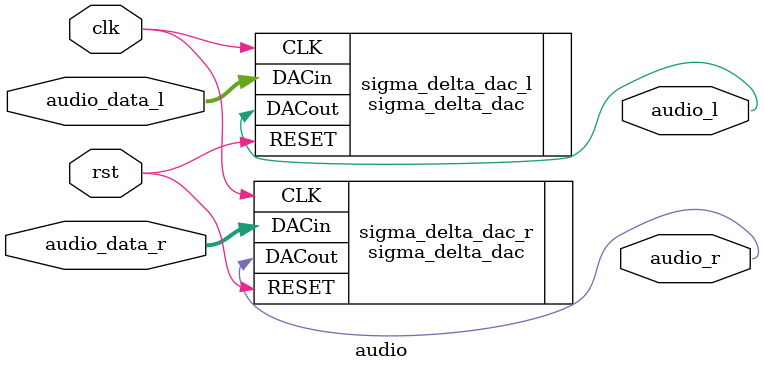
<source format=v>

module audio(
	input  	rst,
	input 	clk,      // 32 MHz

	input	[15:0] audio_data_r,
	input	[15:0] audio_data_l,
	
	output 	audio_r,
	output 	audio_l
);

sigma_delta_dac sigma_delta_dac_l (
	.DACout 		(audio_l),
	.DACin		(audio_data_l[15:0]),
	.CLK 			(clk),
	.RESET 		(rst)
);

sigma_delta_dac sigma_delta_dac_r (
	.DACout     (audio_r),
	.DACin    	(audio_data_r[15:0]),
	.CLK      	(clk),
	.RESET    	(rst)
);

endmodule
</source>
